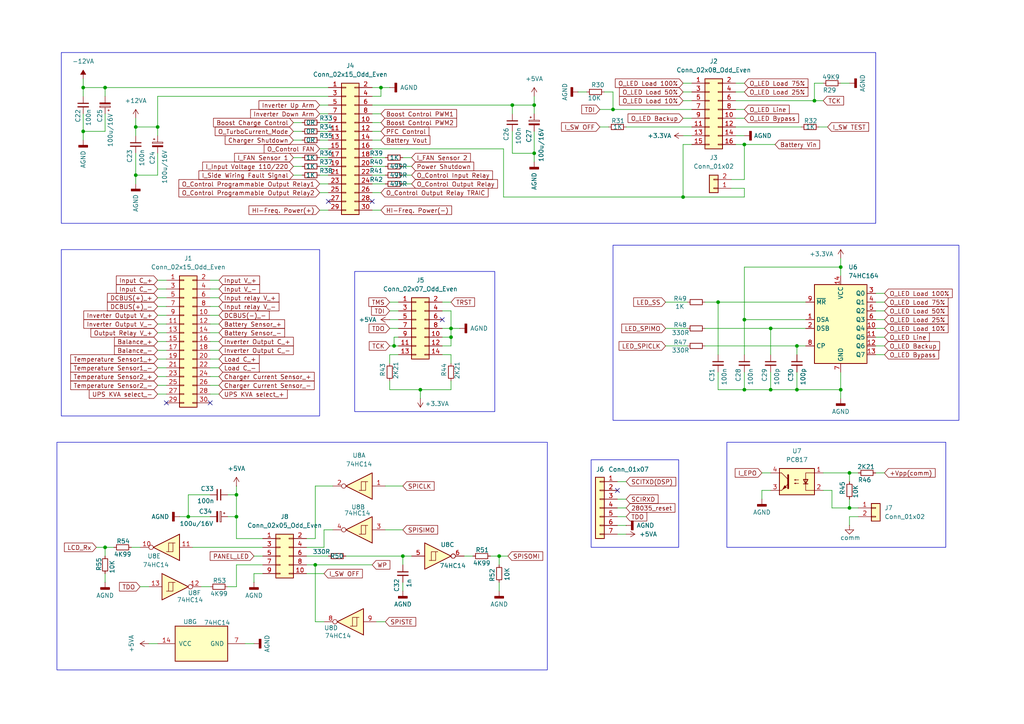
<source format=kicad_sch>
(kicad_sch (version 20231120) (generator "eeschema") (generator_version "8.0")
  (paper "A4")
  (junction (at 121.92 113.03))
  (junction (at 215.9 92.71))
  (junction (at 91.44 163.83))
  (junction (at 114.3 100.33))
  (junction (at 231.14 113.03))
  (junction (at 236.22 29.21))
  (junction (at 223.52 95.25))
  (junction (at 130.81 95.25))
  (junction (at 198.12 57.15))
  (junction (at 223.52 113.03))
  (junction (at 116.84 161.29))
  (junction (at 30.48 158.75))
  (junction (at 39.37 50.8))
  (junction (at 215.9 113.03))
  (junction (at 148.59 30.48))
  (junction (at 246.38 147.32))
  (junction (at 215.9 41.91))
  (junction (at 24.13 25.4))
  (junction (at 243.84 77.47))
  (junction (at 154.94 30.48))
  (junction (at 30.48 25.4))
  (junction (at 246.38 137.16))
  (junction (at 68.58 143.51))
  (junction (at 45.72 36.83))
  (junction (at 231.14 100.33))
  (junction (at 110.49 25.4))
  (junction (at 144.78 161.29))
  (junction (at 54.61 149.86))
  (junction (at 39.37 36.83))
  (junction (at 130.81 97.79))
  (junction (at 24.13 38.1))
  (junction (at 177.8 31.75))
  (junction (at 68.58 149.86))
  (junction (at 243.84 113.03))
  (junction (at 154.94 44.45))
  (junction (at 208.28 87.63))
  (no_connect (at 128.27 92.71))
  (no_connect (at 60.96 116.84))
  (no_connect (at 179.07 142.24))
  (no_connect (at 48.26 116.84))
  (no_connect (at 107.95 58.42))
  (no_connect (at 95.25 58.42))
  (wire (pts (xy 66.04 170.18) (xy 68.58 170.18)))
  (wire (pts (xy 38.1 158.75) (xy 40.64 158.75)))
  (wire (pts (xy 193.04 87.63) (xy 199.39 87.63)))
  (wire (pts (xy 177.8 26.67) (xy 177.8 31.75)))
  (wire (pts (xy 243.84 77.47) (xy 243.84 80.01)))
  (wire (pts (xy 45.72 50.8) (xy 39.37 50.8)))
  (wire (pts (xy 173.99 36.83) (xy 176.53 36.83)))
  (wire (pts (xy 45.72 114.3) (xy 48.26 114.3)))
  (wire (pts (xy 215.9 41.91) (xy 224.79 41.91)))
  (wire (pts (xy 116.84 53.34) (xy 119.38 53.34)))
  (wire (pts (xy 215.9 107.95) (xy 215.9 113.03)))
  (wire (pts (xy 148.59 30.48) (xy 154.94 30.48)))
  (wire (pts (xy 116.84 161.29) (xy 119.38 161.29)))
  (wire (pts (xy 24.13 25.4) (xy 30.48 25.4)))
  (wire (pts (xy 24.13 33.02) (xy 24.13 38.1)))
  (wire (pts (xy 246.38 137.16) (xy 246.38 139.7)))
  (wire (pts (xy 215.9 77.47) (xy 215.9 92.71)))
  (wire (pts (xy 92.71 33.02) (xy 95.25 33.02)))
  (wire (pts (xy 88.9 161.29) (xy 95.25 161.29)))
  (wire (pts (xy 175.26 26.67) (xy 177.8 26.67)))
  (wire (pts (xy 254 90.17) (xy 256.54 90.17)))
  (wire (pts (xy 144.78 161.29) (xy 147.32 161.29)))
  (wire (pts (xy 198.12 39.37) (xy 200.66 39.37)))
  (wire (pts (xy 30.48 166.37) (xy 30.48 168.91)))
  (wire (pts (xy 198.12 24.13) (xy 200.66 24.13)))
  (wire (pts (xy 73.66 161.29) (xy 76.2 161.29)))
  (wire (pts (xy 45.72 81.28) (xy 48.26 81.28)))
  (wire (pts (xy 91.44 140.97) (xy 96.52 140.97)))
  (wire (pts (xy 68.58 156.21) (xy 68.58 149.86)))
  (wire (pts (xy 60.96 111.76) (xy 63.5 111.76)))
  (wire (pts (xy 236.22 29.21) (xy 238.76 29.21)))
  (wire (pts (xy 45.72 109.22) (xy 48.26 109.22)))
  (wire (pts (xy 179.07 144.78) (xy 181.61 144.78)))
  (wire (pts (xy 142.24 161.29) (xy 144.78 161.29)))
  (wire (pts (xy 213.36 36.83) (xy 232.41 36.83)))
  (wire (pts (xy 254 85.09) (xy 256.54 85.09)))
  (wire (pts (xy 215.9 41.91) (xy 215.9 52.07)))
  (wire (pts (xy 45.72 93.98) (xy 48.26 93.98)))
  (wire (pts (xy 110.49 25.4) (xy 113.03 25.4)))
  (wire (pts (xy 246.38 137.16) (xy 248.92 137.16)))
  (wire (pts (xy 88.9 158.75) (xy 93.98 158.75)))
  (wire (pts (xy 45.72 88.9) (xy 48.26 88.9)))
  (wire (pts (xy 107.95 30.48) (xy 148.59 30.48)))
  (wire (pts (xy 76.2 156.21) (xy 68.58 156.21)))
  (wire (pts (xy 246.38 147.32) (xy 248.92 147.32)))
  (wire (pts (xy 100.33 161.29) (xy 116.84 161.29)))
  (wire (pts (xy 254 92.71) (xy 256.54 92.71)))
  (wire (pts (xy 177.8 31.75) (xy 200.66 31.75)))
  (wire (pts (xy 215.9 113.03) (xy 223.52 113.03)))
  (wire (pts (xy 130.81 110.49) (xy 130.81 113.03)))
  (wire (pts (xy 154.94 33.02) (xy 154.94 30.48)))
  (wire (pts (xy 254 87.63) (xy 256.54 87.63)))
  (wire (pts (xy 60.96 143.51) (xy 54.61 143.51)))
  (wire (pts (xy 60.96 149.86) (xy 54.61 149.86)))
  (wire (pts (xy 60.96 101.6) (xy 63.5 101.6)))
  (wire (pts (xy 113.03 95.25) (xy 115.57 95.25)))
  (wire (pts (xy 45.72 96.52) (xy 48.26 96.52)))
  (wire (pts (xy 198.12 26.67) (xy 200.66 26.67)))
  (wire (pts (xy 220.98 142.24) (xy 220.98 144.78)))
  (wire (pts (xy 45.72 99.06) (xy 48.26 99.06)))
  (wire (pts (xy 107.95 48.26) (xy 111.76 48.26)))
  (wire (pts (xy 154.94 44.45) (xy 154.94 46.99)))
  (wire (pts (xy 113.03 113.03) (xy 121.92 113.03)))
  (wire (pts (xy 40.64 170.18) (xy 43.18 170.18)))
  (wire (pts (xy 30.48 158.75) (xy 33.02 158.75)))
  (wire (pts (xy 130.81 97.79) (xy 130.81 100.33)))
  (wire (pts (xy 88.9 156.21) (xy 91.44 156.21)))
  (wire (pts (xy 198.12 34.29) (xy 200.66 34.29)))
  (wire (pts (xy 111.76 140.97) (xy 116.84 140.97)))
  (wire (pts (xy 92.71 53.34) (xy 95.25 53.34)))
  (wire (pts (xy 24.13 22.86) (xy 24.13 25.4)))
  (wire (pts (xy 238.76 137.16) (xy 246.38 137.16)))
  (wire (pts (xy 130.81 113.03) (xy 121.92 113.03)))
  (wire (pts (xy 193.04 95.25) (xy 199.39 95.25)))
  (wire (pts (xy 223.52 95.25) (xy 223.52 102.87)))
  (wire (pts (xy 107.95 55.88) (xy 110.49 55.88)))
  (wire (pts (xy 237.49 36.83) (xy 240.03 36.83)))
  (wire (pts (xy 213.36 41.91) (xy 215.9 41.91)))
  (wire (pts (xy 130.81 100.33) (xy 128.27 100.33)))
  (wire (pts (xy 179.07 139.7) (xy 181.61 139.7)))
  (wire (pts (xy 115.57 97.79) (xy 114.3 97.79)))
  (wire (pts (xy 92.71 55.88) (xy 95.25 55.88)))
  (wire (pts (xy 233.68 92.71) (xy 215.9 92.71)))
  (wire (pts (xy 60.96 86.36) (xy 63.5 86.36)))
  (wire (pts (xy 236.22 24.13) (xy 236.22 29.21)))
  (wire (pts (xy 144.78 168.91) (xy 144.78 171.45)))
  (wire (pts (xy 116.84 50.8) (xy 119.38 50.8)))
  (wire (pts (xy 208.28 113.03) (xy 215.9 113.03)))
  (wire (pts (xy 60.96 93.98) (xy 63.5 93.98)))
  (wire (pts (xy 243.84 24.13) (xy 246.38 24.13)))
  (wire (pts (xy 39.37 44.45) (xy 39.37 50.8)))
  (wire (pts (xy 146.05 43.18) (xy 146.05 57.15)))
  (wire (pts (xy 54.61 149.86) (xy 52.07 149.86)))
  (wire (pts (xy 231.14 100.33) (xy 233.68 100.33)))
  (wire (pts (xy 173.99 31.75) (xy 177.8 31.75)))
  (wire (pts (xy 93.98 153.67) (xy 96.52 153.67)))
  (wire (pts (xy 246.38 147.32) (xy 246.38 144.78)))
  (wire (pts (xy 111.76 153.67) (xy 116.84 153.67)))
  (wire (pts (xy 128.27 87.63) (xy 130.81 87.63)))
  (wire (pts (xy 128.27 90.17) (xy 130.81 90.17)))
  (wire (pts (xy 215.9 57.15) (xy 198.12 57.15)))
  (wire (pts (xy 179.07 152.4) (xy 181.61 152.4)))
  (wire (pts (xy 60.96 96.52) (xy 63.5 96.52)))
  (wire (pts (xy 45.72 86.36) (xy 48.26 86.36)))
  (wire (pts (xy 113.03 110.49) (xy 113.03 113.03)))
  (wire (pts (xy 107.95 40.64) (xy 110.49 40.64)))
  (wire (pts (xy 91.44 180.34) (xy 93.98 180.34)))
  (wire (pts (xy 107.95 35.56) (xy 110.49 35.56)))
  (wire (pts (xy 181.61 36.83) (xy 200.66 36.83)))
  (wire (pts (xy 39.37 34.29) (xy 39.37 36.83)))
  (wire (pts (xy 30.48 158.75) (xy 30.48 161.29)))
  (wire (pts (xy 248.92 149.86) (xy 246.38 149.86)))
  (wire (pts (xy 113.03 100.33) (xy 114.3 100.33)))
  (wire (pts (xy 128.27 102.87) (xy 130.81 102.87)))
  (wire (pts (xy 92.71 38.1) (xy 95.25 38.1)))
  (wire (pts (xy 76.2 166.37) (xy 73.66 166.37)))
  (wire (pts (xy 60.96 109.22) (xy 63.5 109.22)))
  (wire (pts (xy 91.44 156.21) (xy 91.44 140.97)))
  (wire (pts (xy 30.48 27.94) (xy 30.48 25.4)))
  (wire (pts (xy 110.49 25.4) (xy 110.49 27.94)))
  (wire (pts (xy 71.12 186.69) (xy 73.66 186.69)))
  (wire (pts (xy 92.71 50.8) (xy 95.25 50.8)))
  (wire (pts (xy 204.47 95.25) (xy 223.52 95.25)))
  (wire (pts (xy 68.58 140.97) (xy 68.58 143.51)))
  (wire (pts (xy 231.14 107.95) (xy 231.14 113.03)))
  (wire (pts (xy 212.09 54.61) (xy 215.9 54.61)))
  (wire (pts (xy 254 95.25) (xy 256.54 95.25)))
  (wire (pts (xy 213.36 31.75) (xy 215.9 31.75)))
  (wire (pts (xy 128.27 97.79) (xy 130.81 97.79)))
  (wire (pts (xy 113.03 90.17) (xy 115.57 90.17)))
  (wire (pts (xy 254 137.16) (xy 256.54 137.16)))
  (wire (pts (xy 60.96 104.14) (xy 63.5 104.14)))
  (wire (pts (xy 39.37 36.83) (xy 39.37 39.37)))
  (wire (pts (xy 223.52 95.25) (xy 233.68 95.25)))
  (wire (pts (xy 92.71 45.72) (xy 95.25 45.72)))
  (wire (pts (xy 231.14 113.03) (xy 243.84 113.03)))
  (wire (pts (xy 215.9 54.61) (xy 215.9 57.15)))
  (wire (pts (xy 114.3 97.79) (xy 114.3 100.33)))
  (wire (pts (xy 45.72 104.14) (xy 48.26 104.14)))
  (wire (pts (xy 88.9 166.37) (xy 93.98 166.37)))
  (wire (pts (xy 92.71 60.96) (xy 95.25 60.96)))
  (wire (pts (xy 68.58 143.51) (xy 66.04 143.51)))
  (wire (pts (xy 241.3 147.32) (xy 246.38 147.32)))
  (wire (pts (xy 85.09 35.56) (xy 87.63 35.56)))
  (wire (pts (xy 243.84 115.57) (xy 243.84 113.03)))
  (wire (pts (xy 107.95 25.4) (xy 110.49 25.4)))
  (wire (pts (xy 254 97.79) (xy 256.54 97.79)))
  (wire (pts (xy 85.09 48.26) (xy 87.63 48.26)))
  (wire (pts (xy 130.81 95.25) (xy 130.81 97.79)))
  (wire (pts (xy 208.28 87.63) (xy 233.68 87.63)))
  (wire (pts (xy 116.84 45.72) (xy 119.38 45.72)))
  (wire (pts (xy 60.96 106.68) (xy 63.5 106.68)))
  (wire (pts (xy 107.95 53.34) (xy 111.76 53.34)))
  (wire (pts (xy 107.95 38.1) (xy 110.49 38.1)))
  (wire (pts (xy 39.37 53.34) (xy 39.37 50.8)))
  (wire (pts (xy 238.76 24.13) (xy 236.22 24.13)))
  (wire (pts (xy 243.84 107.95) (xy 243.84 113.03)))
  (wire (pts (xy 43.18 186.69) (xy 45.72 186.69)))
  (wire (pts (xy 91.44 180.34) (xy 91.44 163.83)))
  (wire (pts (xy 91.44 163.83) (xy 107.95 163.83)))
  (wire (pts (xy 24.13 25.4) (xy 24.13 27.94)))
  (wire (pts (xy 115.57 102.87) (xy 113.03 102.87)))
  (wire (pts (xy 116.84 163.83) (xy 116.84 161.29)))
  (wire (pts (xy 213.36 29.21) (xy 236.22 29.21)))
  (wire (pts (xy 243.84 74.93) (xy 243.84 77.47)))
  (wire (pts (xy 121.92 113.03) (xy 121.92 115.57)))
  (wire (pts (xy 238.76 142.24) (xy 241.3 142.24)))
  (wire (pts (xy 66.04 149.86) (xy 68.58 149.86)))
  (wire (pts (xy 92.71 48.26) (xy 95.25 48.26)))
  (wire (pts (xy 213.36 26.67) (xy 215.9 26.67)))
  (wire (pts (xy 60.96 114.3) (xy 63.5 114.3)))
  (wire (pts (xy 45.72 91.44) (xy 48.26 91.44)))
  (wire (pts (xy 85.09 38.1) (xy 87.63 38.1)))
  (wire (pts (xy 27.94 158.75) (xy 30.48 158.75)))
  (wire (pts (xy 254 100.33) (xy 256.54 100.33)))
  (wire (pts (xy 107.95 33.02) (xy 110.49 33.02)))
  (wire (pts (xy 85.09 50.8) (xy 87.63 50.8)))
  (wire (pts (xy 179.07 149.86) (xy 181.61 149.86)))
  (wire (pts (xy 45.72 101.6) (xy 48.26 101.6)))
  (wire (pts (xy 128.27 95.25) (xy 130.81 95.25)))
  (wire (pts (xy 109.22 180.34) (xy 111.76 180.34)))
  (wire (pts (xy 170.18 26.67) (xy 167.64 26.67)))
  (wire (pts (xy 193.04 100.33) (xy 199.39 100.33)))
  (wire (pts (xy 113.03 102.87) (xy 113.03 105.41)))
  (wire (pts (xy 68.58 163.83) (xy 76.2 163.83)))
  (wire (pts (xy 68.58 143.51) (xy 68.58 149.86)))
  (wire (pts (xy 246.38 149.86) (xy 246.38 152.4)))
  (wire (pts (xy 92.71 43.18) (xy 95.25 43.18)))
  (wire (pts (xy 198.12 29.21) (xy 200.66 29.21)))
  (wire (pts (xy 92.71 35.56) (xy 95.25 35.56)))
  (wire (pts (xy 93.98 158.75) (xy 93.98 153.67)))
  (wire (pts (xy 144.78 161.29) (xy 144.78 163.83)))
  (wire (pts (xy 73.66 166.37) (xy 73.66 168.91)))
  (wire (pts (xy 60.96 83.82) (xy 63.5 83.82)))
  (wire (pts (xy 45.72 39.37) (xy 45.72 36.83)))
  (wire (pts (xy 45.72 106.68) (xy 48.26 106.68)))
  (wire (pts (xy 68.58 170.18) (xy 68.58 163.83)))
  (wire (pts (xy 39.37 36.83) (xy 45.72 36.83)))
  (wire (pts (xy 58.42 170.18) (xy 60.96 170.18)))
  (wire (pts (xy 60.96 91.44) (xy 63.5 91.44)))
  (wire (pts (xy 92.71 40.64) (xy 95.25 40.64)))
  (wire (pts (xy 241.3 142.24) (xy 241.3 147.32)))
  (wire (pts (xy 213.36 24.13) (xy 215.9 24.13)))
  (wire (pts (xy 92.71 30.48) (xy 95.25 30.48)))
  (wire (pts (xy 45.72 27.94) (xy 45.72 36.83)))
  (wire (pts (xy 114.3 100.33) (xy 115.57 100.33)))
  (wire (pts (xy 208.28 107.95) (xy 208.28 113.03)))
  (wire (pts (xy 215.9 52.07) (xy 212.09 52.07)))
  (wire (pts (xy 215.9 77.47) (xy 243.84 77.47)))
  (wire (pts (xy 204.47 87.63) (xy 208.28 87.63)))
  (wire (pts (xy 179.07 147.32) (xy 181.61 147.32)))
  (wire (pts (xy 107.95 27.94) (xy 110.49 27.94)))
  (wire (pts (xy 107.95 50.8) (xy 111.76 50.8)))
  (wire (pts (xy 198.12 57.15) (xy 198.12 41.91)))
  (wire (pts (xy 254 102.87) (xy 256.54 102.87)))
  (wire (pts (xy 113.03 87.63) (xy 115.57 87.63)))
  (wire (pts (xy 45.72 83.82) (xy 48.26 83.82)))
  (wire (pts (xy 148.59 38.1) (xy 148.59 44.45)))
  (wire (pts (xy 130.81 102.87) (xy 130.81 105.41)))
  (wire (pts (xy 55.88 158.75) (xy 76.2 158.75)))
  (wire (pts (xy 130.81 95.25) (xy 133.35 95.25)))
  (wire (pts (xy 154.94 44.45) (xy 148.59 44.45)))
  (wire (pts (xy 223.52 107.95) (xy 223.52 113.03)))
  (wire (pts (xy 95.25 27.94) (xy 45.72 27.94)))
  (wire (pts (xy 198.12 41.91) (xy 200.66 41.91)))
  (wire (pts (xy 116.84 48.26) (xy 119.38 48.26)))
  (wire (pts (xy 220.98 137.16) (xy 223.52 137.16)))
  (wire (pts (xy 30.48 25.4) (xy 95.25 25.4)))
  (wire (pts (xy 146.05 57.15) (xy 198.12 57.15)))
  (wire (pts (xy 60.96 99.06) (xy 63.5 99.06)))
  (wire (pts (xy 107.95 43.18) (xy 146.05 43.18)))
  (wire (pts (xy 208.28 87.63) (xy 208.28 102.87)))
  (wire (pts (xy 134.62 161.29) (xy 137.16 161.29)))
  (wire (pts (xy 30.48 38.1) (xy 30.48 33.02)))
  (wire (pts (xy 45.72 111.76) (xy 48.26 111.76)))
  (wire (pts (xy 107.95 45.72) (xy 111.76 45.72)))
  (wire (pts (xy 223.52 142.24) (xy 220.98 142.24)))
  (wire (pts (xy 113.03 92.71) (xy 115.57 92.71)))
  (wire (pts (xy 54.61 149.86) (xy 54.61 143.51)))
  (wire (pts (xy 223.52 113.03) (xy 231.14 113.03)))
  (wire (pts (xy 213.36 34.29) (xy 215.9 34.29)))
  (wire (pts (xy 85.09 40.64) (xy 87.63 40.64)))
  (wire (pts (xy 107.95 60.96) (xy 110.49 60.96)))
  (wire (pts (xy 45.72 44.45) (xy 45.72 50.8)))
  (wire (pts (xy 85.09 45.72) (xy 87.63 45.72)))
  (wire (pts (xy 154.94 38.1) (xy 154.94 44.45)))
  (wire (pts (xy 179.07 154.94) (xy 181.61 154.94)))
  (wire (pts (xy 215.9 92.71) (xy 215.9 102.87)))
  (wire (pts (xy 204.47 100.33) (xy 231.14 100.33)))
  (wire (pts (xy 213.36 39.37) (xy 215.9 39.37)))
  (wire (pts (xy 130.81 90.17) (xy 130.81 95.25)))
  (wire (pts (xy 231.14 100.33) (xy 231.14 102.87)))
  (wire (pts (xy 24.13 38.1) (xy 30.48 38.1)))
  (wire (pts (xy 88.9 163.83) (xy 91.44 163.83)))
  (wire (pts (xy 60.96 81.28) (xy 63.5 81.28)))
  (wire (pts (xy 24.13 38.1) (xy 24.13 40.64)))
  (wire (pts (xy 148.59 30.48) (xy 148.59 33.02)))
  (wire (pts (xy 154.94 27.94) (xy 154.94 30.48)))
  (wire (pts (xy 116.84 168.91) (xy 116.84 171.45)))
  (wire (pts (xy 60.96 88.9) (xy 63.5 88.9)))
  (rectangle (start 177.8 71.12) (end 278.13 121.92))
  (rectangle (start 16.51 128.27) (end 158.75 194.31))
  (rectangle (start 171.45 133.35) (end 196.85 158.75))
  (rectangle (start 17.78 15.24) (end 254 64.77))
  (rectangle (start 102.87 78.74) (end 143.51 119.38))
  (rectangle (start 210.82 128.27) (end 274.32 158.75))
  (rectangle (start 17.78 72.39) (end 92.71 120.65))
  (global_label "O_LED Line" (shape input) (at 256.54 97.79 0) (property "Intersheetrefs" "${INTERSHEET_REFS}" (effects (hide yes))))
  (global_label "DCBUS(-)_-" (shape input) (at 63.5 91.44 0) (property "Intersheetrefs" "${INTERSHEET_REFS}" (effects (hide yes))))
  (global_label "O_TurboCurrent_Mode" (shape input) (at 85.09 38.1 180) (property "Intersheetrefs" "${INTERSHEET_REFS}" (effects (hide yes))))
  (global_label "28035_reset" (shape input) (at 181.61 147.32 0) (property "Intersheetrefs" "${INTERSHEET_REFS}" (effects (hide yes))))
  (global_label "Temperature Sensor1_+" (shape input) (at 45.72 104.14 180) (property "Intersheetrefs" "${INTERSHEET_REFS}" (effects (hide yes))))
  (global_label "DCBUS(+)_-" (shape input) (at 45.72 88.9 180) (property "Intersheetrefs" "${INTERSHEET_REFS}" (effects (hide yes))))
  (global_label "Balance_-" (shape input) (at 45.72 101.6 180) (property "Intersheetrefs" "${INTERSHEET_REFS}" (effects (hide yes))))
  (global_label "TCK" (shape input) (at 113.03 100.33 180) (property "Intersheetrefs" "${INTERSHEET_REFS}" (effects (hide yes))))
  (global_label "O_LED Backup" (shape input) (at 256.54 100.33 0) (property "Intersheetrefs" "${INTERSHEET_REFS}" (effects (hide yes))))
  (global_label "LCD_Rx" (shape input) (at 27.94 158.75 180) (property "Intersheetrefs" "${INTERSHEET_REFS}" (effects (hide yes))))
  (global_label "O_LED Load 50%" (shape input) (at 198.12 26.67 180) (property "Intersheetrefs" "${INTERSHEET_REFS}" (effects (hide yes))))
  (global_label "O_Control Input Relay" (shape input) (at 119.38 50.8 0) (property "Intersheetrefs" "${INTERSHEET_REFS}" (effects (hide yes))))
  (global_label "SPISIMO" (shape input) (at 116.84 153.67 0) (property "Intersheetrefs" "${INTERSHEET_REFS}" (effects (hide yes))))
  (global_label "Boost Control PWM2" (shape input) (at 110.49 35.56 0) (property "Intersheetrefs" "${INTERSHEET_REFS}" (effects (hide yes))))
  (global_label "Balance_+" (shape input) (at 45.72 99.06 180) (property "Intersheetrefs" "${INTERSHEET_REFS}" (effects (hide yes))))
  (global_label "SCIRXD" (shape input) (at 181.61 144.78 0) (property "Intersheetrefs" "${INTERSHEET_REFS}" (effects (hide yes))))
  (global_label "DCBUS(+)_+" (shape input) (at 45.72 86.36 180) (property "Intersheetrefs" "${INTERSHEET_REFS}" (effects (hide yes))))
  (global_label "O_Control Programmable Output Relay1" (shape input) (at 92.71 53.34 180) (property "Intersheetrefs" "${INTERSHEET_REFS}" (effects (hide yes))))
  (global_label "HI-Freq. Power(-)" (shape input) (at 110.49 60.96 0) (property "Intersheetrefs" "${INTERSHEET_REFS}" (effects (hide yes))))
  (global_label "O_LED Load 75%" (shape input) (at 215.9 24.13 0) (property "Intersheetrefs" "${INTERSHEET_REFS}" (effects (hide yes))))
  (global_label "Output Relay V_+" (shape input) (at 45.72 96.52 180) (property "Intersheetrefs" "${INTERSHEET_REFS}" (effects (hide yes))))
  (global_label "O_LED Load 10%" (shape input) (at 256.54 95.25 0) (property "Intersheetrefs" "${INTERSHEET_REFS}" (effects (hide yes))))
  (global_label "UPS KVA select_-" (shape input) (at 45.72 114.3 180) (property "Intersheetrefs" "${INTERSHEET_REFS}" (effects (hide yes))))
  (global_label "HI-Freq. Power(+)" (shape input) (at 92.71 60.96 180) (property "Intersheetrefs" "${INTERSHEET_REFS}" (effects (hide yes))))
  (global_label "Battery Vin" (shape input) (at 224.79 41.91 0) (property "Intersheetrefs" "${INTERSHEET_REFS}" (effects (hide yes))))
  (global_label "O_LED Load 75%" (shape input) (at 256.54 87.63 0) (property "Intersheetrefs" "${INTERSHEET_REFS}" (effects (hide yes))))
  (global_label "Input V_-" (shape input) (at 63.5 83.82 0) (property "Intersheetrefs" "${INTERSHEET_REFS}" (effects (hide yes))))
  (global_label "Inverter Down Arm" (shape input) (at 92.71 33.02 180) (property "Intersheetrefs" "${INTERSHEET_REFS}" (effects (hide yes))))
  (global_label "O_LED Load 100%" (shape input) (at 256.54 85.09 0) (property "Intersheetrefs" "${INTERSHEET_REFS}" (effects (hide yes))))
  (global_label "O_Control Programmable Output Relay2" (shape input) (at 92.71 55.88 180) (property "Intersheetrefs" "${INTERSHEET_REFS}" (effects (hide yes))))
  (global_label "Inverter Output C_-" (shape input) (at 63.5 101.6 0) (property "Intersheetrefs" "${INTERSHEET_REFS}" (effects (hide yes))))
  (global_label "Inverter Up Arm" (shape input) (at 92.71 30.48 180) (property "Intersheetrefs" "${INTERSHEET_REFS}" (effects (hide yes))))
  (global_label "TDO" (shape input) (at 40.64 170.18 180) (property "Intersheetrefs" "${INTERSHEET_REFS}" (effects (hide yes))))
  (global_label "TMS" (shape input) (at 113.03 87.63 180) (property "Intersheetrefs" "${INTERSHEET_REFS}" (effects (hide yes))))
  (global_label "Battery Sensor_-" (shape input) (at 63.5 96.52 0) (property "Intersheetrefs" "${INTERSHEET_REFS}" (effects (hide yes))))
  (global_label "O_LED Load 25%" (shape input) (at 256.54 92.71 0) (property "Intersheetrefs" "${INTERSHEET_REFS}" (effects (hide yes))))
  (global_label "I_FAN Sensor 2" (shape input) (at 119.38 45.72 0) (property "Intersheetrefs" "${INTERSHEET_REFS}" (effects (hide yes))))
  (global_label "O_LED Bypass" (shape input) (at 256.54 102.87 0) (property "Intersheetrefs" "${INTERSHEET_REFS}" (effects (hide yes))))
  (global_label "Boost Control PWM1" (shape input) (at 110.49 33.02 0) (property "Intersheetrefs" "${INTERSHEET_REFS}" (effects (hide yes))))
  (global_label "Inverter Output V_-" (shape input) (at 45.72 93.98 180) (property "Intersheetrefs" "${INTERSHEET_REFS}" (effects (hide yes))))
  (global_label "Inverter Output C_+" (shape input) (at 63.5 99.06 0) (property "Intersheetrefs" "${INTERSHEET_REFS}" (effects (hide yes))))
  (global_label "O_Control FAN" (shape input) (at 92.71 43.18 180) (property "Intersheetrefs" "${INTERSHEET_REFS}" (effects (hide yes))))
  (global_label "Input relay V_+" (shape input) (at 63.5 86.36 0) (property "Intersheetrefs" "${INTERSHEET_REFS}" (effects (hide yes))))
  (global_label "O_LED Bypass" (shape input) (at 215.9 34.29 0) (property "Intersheetrefs" "${INTERSHEET_REFS}" (effects (hide yes))))
  (global_label "Boost Charge Control" (shape input) (at 85.09 35.56 180) (property "Intersheetrefs" "${INTERSHEET_REFS}" (effects (hide yes))))
  (global_label "PFC Control" (shape input) (at 110.49 38.1 0) (property "Intersheetrefs" "${INTERSHEET_REFS}" (effects (hide yes))))
  (global_label "LED_SS" (shape input) (at 193.04 87.63 180) (property "Intersheetrefs" "${INTERSHEET_REFS}" (effects (hide yes))))
  (global_label "Temperature Sensor1_-" (shape input) (at 45.72 106.68 180) (property "Intersheetrefs" "${INTERSHEET_REFS}" (effects (hide yes))))
  (global_label "O_LED Load 50%" (shape input) (at 256.54 90.17 0) (property "Intersheetrefs" "${INTERSHEET_REFS}" (effects (hide yes))))
  (global_label "WP" (shape input) (at 107.95 163.83 0) (property "Intersheetrefs" "${INTERSHEET_REFS}" (effects (hide yes))))
  (global_label "O_LED Line" (shape input) (at 215.9 31.75 0) (property "Intersheetrefs" "${INTERSHEET_REFS}" (effects (hide yes))))
  (global_label "I_SW OFF" (shape input) (at 93.98 166.37 0) (property "Intersheetrefs" "${INTERSHEET_REFS}" (effects (hide yes))))
  (global_label "Charger Current Sensor_-" (shape input) (at 63.5 111.76 0) (property "Intersheetrefs" "${INTERSHEET_REFS}" (effects (hide yes))))
  (global_label "Temperature Sensor2_+" (shape input) (at 45.72 109.22 180) (property "Intersheetrefs" "${INTERSHEET_REFS}" (effects (hide yes))))
  (global_label "SCITXD(DSP)" (shape input) (at 181.61 139.7 0) (property "Intersheetrefs" "${INTERSHEET_REFS}" (effects (hide yes))))
  (global_label "Temperature Sensor2_-" (shape input) (at 45.72 111.76 180) (property "Intersheetrefs" "${INTERSHEET_REFS}" (effects (hide yes))))
  (global_label "UPS KVA select_+" (shape input) (at 63.5 114.3 0) (property "Intersheetrefs" "${INTERSHEET_REFS}" (effects (hide yes))))
  (global_label "Input C_+" (shape input) (at 45.72 81.28 180) (property "Intersheetrefs" "${INTERSHEET_REFS}" (effects (hide yes))))
  (global_label "Inverter Output V_+" (shape input) (at 45.72 91.44 180) (property "Intersheetrefs" "${INTERSHEET_REFS}" (effects (hide yes))))
  (global_label "TDI" (shape input) (at 113.03 90.17 180) (property "Intersheetrefs" "${INTERSHEET_REFS}" (effects (hide yes))))
  (global_label "TDO" (shape input) (at 181.61 149.86 0) (property "Intersheetrefs" "${INTERSHEET_REFS}" (effects (hide yes))))
  (global_label "I_Input Voltage 110{slash}220" (shape input) (at 85.09 48.26 180) (property "Intersheetrefs" "${INTERSHEET_REFS}" (effects (hide yes))))
  (global_label "Input C_-" (shape input) (at 45.72 83.82 180) (property "Intersheetrefs" "${INTERSHEET_REFS}" (effects (hide yes))))
  (global_label "Battery Vout" (shape input) (at 110.49 40.64 0) (property "Intersheetrefs" "${INTERSHEET_REFS}" (effects (hide yes))))
  (global_label "PANEL_LED" (shape input) (at 73.66 161.29 180) (property "Intersheetrefs" "${INTERSHEET_REFS}" (effects (hide yes))))
  (global_label "LED_SPIMO" (shape input) (at 193.04 95.25 180) (property "Intersheetrefs" "${INTERSHEET_REFS}" (effects (hide yes))))
  (global_label "O_LED Load 10%" (shape input) (at 198.12 29.21 180) (property "Intersheetrefs" "${INTERSHEET_REFS}" (effects (hide yes))))
  (global_label "TDI" (shape input) (at 173.99 31.75 180) (property "Intersheetrefs" "${INTERSHEET_REFS}" (effects (hide yes))))
  (global_label "Load C_-" (shape input) (at 63.5 106.68 0) (property "Intersheetrefs" "${INTERSHEET_REFS}" (effects (hide yes))))
  (global_label "TCK" (shape input) (at 238.76 29.21 0) (property "Intersheetrefs" "${INTERSHEET_REFS}" (effects (hide yes))))
  (global_label "Battery Sensor_+" (shape input) (at 63.5 93.98 0) (property "Intersheetrefs" "${INTERSHEET_REFS}" (effects (hide yes))))
  (global_label "I_SW OFF" (shape input) (at 173.99 36.83 180) (property "Intersheetrefs" "${INTERSHEET_REFS}" (effects (hide yes))))
  (global_label "Load C_+" (shape input) (at 63.5 104.14 0) (property "Intersheetrefs" "${INTERSHEET_REFS}" (effects (hide yes))))
  (global_label "I_SW TEST" (shape input) (at 240.03 36.83 0) (property "Intersheetrefs" "${INTERSHEET_REFS}" (effects (hide yes))))
  (global_label "I_FAN Sensor 1" (shape input) (at 85.09 45.72 180) (property "Intersheetrefs" "${INTERSHEET_REFS}" (effects (hide yes))))
  (global_label "LED_SPICLK" (shape input) (at 193.04 100.33 180) (property "Intersheetrefs" "${INTERSHEET_REFS}" (effects (hide yes))))
  (global_label "TDO" (shape input) (at 113.03 95.25 180) (property "Intersheetrefs" "${INTERSHEET_REFS}" (effects (hide yes))))
  (global_label "I_Side Wiring Fault Signal" (shape input) (at 85.09 50.8 180) (property "Intersheetrefs" "${INTERSHEET_REFS}" (effects (hide yes))))
  (global_label "O_LED Load 100%" (shape input) (at 198.12 24.13 180) (property "Intersheetrefs" "${INTERSHEET_REFS}" (effects (hide yes))))
  (global_label "TRST" (shape input) (at 130.81 87.63 0) (property "Intersheetrefs" "${INTERSHEET_REFS}" (effects (hide yes))))
  (global_label "Power Shutdown" (shape input) (at 119.38 48.26 0) (property "Intersheetrefs" "${INTERSHEET_REFS}" (effects (hide yes))))
  (global_label "O_LED Backup" (shape input) (at 198.12 34.29 180) (property "Intersheetrefs" "${INTERSHEET_REFS}" (effects (hide yes))))
  (global_label "Input relay V_-" (shape input) (at 63.5 88.9 0) (property "Intersheetrefs" "${INTERSHEET_REFS}" (effects (hide yes))))
  (global_label "SPISOMI" (shape input) (at 147.32 161.29 0) (property "Intersheetrefs" "${INTERSHEET_REFS}" (effects (hide yes))))
  (global_label "Charger Shutdown" (shape input) (at 85.09 40.64 180) (property "Intersheetrefs" "${INTERSHEET_REFS}" (effects (hide yes))))
  (global_label "O_LED Load 25%" (shape input) (at 215.9 26.67 0) (property "Intersheetrefs" "${INTERSHEET_REFS}" (effects (hide yes))))
  (global_label "+Vpp(comm)" (shape input) (at 256.54 137.16 0) (property "Intersheetrefs" "${INTERSHEET_REFS}" (effects (hide yes))))
  (global_label "I_EPO" (shape input) (at 220.98 137.16 180) (property "Intersheetrefs" "${INTERSHEET_REFS}" (effects (hide yes))))
  (global_label "Input V_+" (shape input) (at 63.5 81.28 0) (property "Intersheetrefs" "${INTERSHEET_REFS}" (effects (hide yes))))
  (global_label "SPICLK" (shape input) (at 116.84 140.97 0) (property "Intersheetrefs" "${INTERSHEET_REFS}" (effects (hide yes))))
  (global_label "O_Control Output Relay TRAIC" (shape input) (at 110.49 55.88 0) (property "Intersheetrefs" "${INTERSHEET_REFS}" (effects (hide yes))))
  (global_label "SPISTE" (shape input) (at 111.76 180.34 0) (property "Intersheetrefs" "${INTERSHEET_REFS}" (effects (hide yes))))
  (global_label "Charger Current Sensor_+" (shape input) (at 63.5 109.22 0) (property "Intersheetrefs" "${INTERSHEET_REFS}" (effects (hide yes))))
  (global_label "O_Control Output Relay" (shape input) (at 119.38 53.34 0) (property "Intersheetrefs" "${INTERSHEET_REFS}" (effects (hide yes))))
  (symbol (lib_id "power:GNDS") (at 246.38 152.4 0) (unit 1)
    (property "Reference" "#PWR066" (effects (hide yes)))
    (property "Value" "comm" (at 246.634 155.956 0))
    (property "Description" "Power symbol creates a global label with name \"GNDS\" , signal ground" (effects (hide yes)))
  )
  (symbol (lib_id "power:GNDD") (at 246.38 24.13 90) (unit 1)
    (property "Reference" "#PWR049" (effects (hide yes)))
    (property "Value" "AGND" (at 250.19 24.13 0))
    (property "Description" "Power symbol creates a global label with name \"GNDD\" , digital ground" (effects (hide yes)))
  )
  (symbol (lib_id "power:-12VA") (at 24.13 22.86 0) (unit 1)
    (property "Reference" "#PWR055" (effects (hide yes)))
    (property "Value" "-12VA" (at 24.13 17.78 0))
    (property "Description" "Power symbol creates a global label with name \"-12VA\"" (effects (hide yes)))
  )
  (symbol (lib_id "Device:R_Small") (at 90.17 50.8 90) (unit 1)
    (property "Reference" "R38" (at 96.52 49.53 90) (effects (justify left)))
    (property "Value" "1K" (at 91.44 50.8 90) (effects (justify left)))
    (property "Description" "Resistor, small symbol" (effects (hide yes)))
  )
  (symbol (lib_id "Device:R_Small") (at 113.03 107.95 0) (unit 1)
    (property "Reference" "R43" (at 110.998 109.22 90) (effects (justify left)))
    (property "Value" "2K21" (at 114.808 109.982 90) (effects (justify left)))
    (property "Description" "Resistor, small symbol" (effects (hide yes)))
  )
  (symbol (lib_id "Device:C_Polarized_Small") (at 63.5 149.86 270) (unit 1)
    (property "Reference" "C34" (at 57.658 148.336 90) (effects (justify left)))
    (property "Value" "100u/16V" (at 52.07 151.892 90) (effects (justify left)))
    (property "Description" "Polarized capacitor, small symbol" (effects (hide yes)))
  )
  (symbol (lib_id "Device:R_Small") (at 144.78 166.37 180) (unit 1)
    (property "Reference" "R52" (at 142.748 164.846 90) (effects (justify left)))
    (property "Value" "10K" (at 147.066 164.592 90) (effects (justify left)))
    (property "Description" "Resistor, small symbol" (effects (hide yes)))
  )
  (symbol (lib_id "power:+12VA") (at 39.37 34.29 0) (unit 1)
    (property "Reference" "#PWR054" (effects (hide yes)))
    (property "Value" "+12VA" (at 39.37 29.21 0))
    (property "Description" "Power symbol creates a global label with name \"+12VA\"" (effects (hide yes)))
  )
  (symbol (lib_id "Device:C_Small") (at 24.13 30.48 0) (unit 1)
    (property "Reference" "C22" (at 22.606 35.56 90) (effects (justify left)))
    (property "Value" "100n" (at 25.654 36.576 90) (effects (justify left)))
    (property "Description" "Unpolarized capacitor, small symbol" (effects (hide yes)))
  )
  (symbol (lib_id "Connector_Generic:Conn_02x08_Odd_Even") (at 205.74 31.75 0) (unit 1)
    (property "Reference" "J2" (at 207.01 17.78 0))
    (property "Value" "Conn_02x08_Odd_Even" (at 207.01 20.32 0))
    (property "Description" "Generic connector, double row, 02x08, odd/even pin numbering scheme (row 1 odd numbers, row 2 even numbers), script generated (kicad-library-utils/schlib/autogen/connector/)" (effects (hide yes)))
  )
  (symbol (lib_id "power:+3.3VA") (at 243.84 74.93 0) (unit 1)
    (property "Reference" "#PWR068" (effects (hide yes)))
    (property "Value" "+3.3VA" (at 238.252 73.66 0))
    (property "Description" "Power symbol creates a global label with name \"+3.3VA\"" (effects (hide yes)))
  )
  (symbol (lib_id "power:GNDD") (at 154.94 46.99 0) (unit 1)
    (property "Reference" "#PWR059" (effects (hide yes)))
    (property "Value" "AGND" (at 154.94 52.578 90))
    (property "Description" "Power symbol creates a global label with name \"GNDD\" , digital ground" (effects (hide yes)))
  )
  (symbol (lib_id "Device:R_Small") (at 130.81 107.95 0) (unit 1)
    (property "Reference" "R44" (at 128.778 109.22 90) (effects (justify left)))
    (property "Value" "2K21" (at 132.588 109.982 90) (effects (justify left)))
    (property "Description" "Resistor, small symbol" (effects (hide yes)))
  )
  (symbol (lib_id "74xx:74HC14") (at 101.6 180.34 180) (unit 4)
    (property "Reference" "U8" (at 96.012 182.118 0))
    (property "Value" "74HC14" (at 98.044 184.404 0))
    (property "Datasheet" "http://www.ti.com/lit/gpn/sn74HC14" (effects (hide yes)))
    (property "Description" "Hex inverter schmitt trigger" (effects (hide yes)))
  )
  (symbol (lib_id "Device:C_Small") (at 231.14 105.41 0) (unit 1)
    (property "Reference" "C30" (at 229.362 110.744 90) (effects (justify left)))
    (property "Value" "100p" (at 232.918 111.76 90) (effects (justify left)))
    (property "Description" "Unpolarized capacitor, small symbol" (effects (hide yes)))
  )
  (symbol (lib_id "power:GNDD") (at 243.84 115.57 0) (unit 1)
    (property "Reference" "#PWR067" (effects (hide yes)))
    (property "Value" "AGND" (at 243.84 119.38 0))
    (property "Description" "Power symbol creates a global label with name \"GNDD\" , digital ground" (effects (hide yes)))
  )
  (symbol (lib_id "Device:R_Small") (at 251.46 137.16 90) (unit 1)
    (property "Reference" "R46" (at 252.73 139.192 90) (effects (justify left)))
    (property "Value" "2K21" (at 253.746 135.382 90) (effects (justify left)))
    (property "Description" "Resistor, small symbol" (effects (hide yes)))
  )
  (symbol (lib_id "Device:R_Small") (at 90.17 38.1 90) (unit 1)
    (property "Reference" "R34" (at 96.52 36.83 90) (effects (justify left)))
    (property "Value" "0R" (at 91.44 38.1 90) (effects (justify left)))
    (property "Description" "Resistor, small symbol" (effects (hide yes)))
  )
  (symbol (lib_id "Device:R_Small") (at 35.56 158.75 270) (unit 1)
    (property "Reference" "R54" (at 33.782 156.972 90) (effects (justify left)))
    (property "Value" "4K99" (at 33.02 160.782 90) (effects (justify left)))
    (property "Description" "Resistor, small symbol" (effects (hide yes)))
  )
  (symbol (lib_id "power:GNDD") (at 24.13 40.64 0) (unit 1)
    (property "Reference" "#PWR057" (effects (hide yes)))
    (property "Value" "AGND" (at 24.13 46.228 90))
    (property "Description" "Power symbol creates a global label with name \"GNDD\" , digital ground" (effects (hide yes)))
  )
  (symbol (lib_id "Device:R_Small") (at 114.3 48.26 270) (unit 1)
    (property "Reference" "R40" (at 107.188 46.99 90) (effects (justify left)))
    (property "Value" "499R" (at 113.03 48.26 90) (effects (justify left)))
    (property "Description" "Resistor, small symbol" (effects (hide yes)))
  )
  (symbol (lib_id "Device:R_Small") (at 90.17 35.56 90) (unit 1)
    (property "Reference" "R33" (at 96.52 34.29 90) (effects (justify left)))
    (property "Value" "0R" (at 91.44 35.56 90) (effects (justify left)))
    (property "Description" "Resistor, small symbol" (effects (hide yes)))
  )
  (symbol (lib_id "Device:R_Small") (at 114.3 50.8 270) (unit 1)
    (property "Reference" "R41" (at 107.188 49.53 90) (effects (justify left)))
    (property "Value" "499R" (at 113.03 50.8 90) (effects (justify left)))
    (property "Description" "Resistor, small symbol" (effects (hide yes)))
  )
  (symbol (lib_id "power:GNDD") (at 73.66 168.91 0) (unit 1)
    (property "Reference" "#PWR069" (effects (hide yes)))
    (property "Value" "AGND" (at 73.66 172.72 0))
    (property "Description" "Power symbol creates a global label with name \"GNDD\" , digital ground" (effects (hide yes)))
  )
  (symbol (lib_id "power:GNDD") (at 133.35 95.25 90) (unit 1)
    (property "Reference" "#PWR061" (effects (hide yes)))
    (property "Value" "AGND" (at 138.938 95.25 90))
    (property "Description" "Power symbol creates a global label with name \"GNDD\" , digital ground" (effects (hide yes)))
  )
  (symbol (lib_id "Connector_Generic:Conn_01x02") (at 207.01 54.61 180) (unit 1)
    (property "Reference" "J3" (at 207.01 45.72 0))
    (property "Value" "Conn_01x02" (at 207.01 48.26 0))
    (property "Description" "Generic connector, single row, 01x02, script generated (kicad-library-utils/schlib/autogen/connector/)" (effects (hide yes)))
  )
  (symbol (lib_id "Device:R_Small") (at 201.93 100.33 270) (unit 1)
    (property "Reference" "R47" (at 195.326 99.314 90) (effects (justify left)))
    (property "Value" "330R" (at 194.818 101.6 90) (effects (justify left)))
    (property "Description" "Resistor, small symbol" (effects (hide yes)))
  )
  (symbol (lib_id "74xx:74HC14") (at 58.42 186.69 90) (unit 7)
    (property "Reference" "U8" (at 57.1499 180.34 90) (effects (justify left)))
    (property "Value" "74HC14" (at 66.802 180.594 90) (effects (justify left)))
    (property "Datasheet" "http://www.ti.com/lit/gpn/sn74HC14" (effects (hide yes)))
    (property "Description" "Hex inverter schmitt trigger" (effects (hide yes)))
  )
  (symbol (lib_id "power:+3.3VA") (at 198.12 39.37 90) (unit 1)
    (property "Reference" "#PWR051" (effects (hide yes)))
    (property "Value" "+3.3VA" (at 191.262 39.37 90))
    (property "Description" "Power symbol creates a global label with name \"+3.3VA\"" (effects (hide yes)))
  )
  (symbol (lib_id "Device:R_Small") (at 201.93 95.25 270) (unit 1)
    (property "Reference" "R48" (at 195.326 94.234 90) (effects (justify left)))
    (property "Value" "330R" (at 194.818 96.52 90) (effects (justify left)))
    (property "Description" "Resistor, small symbol" (effects (hide yes)))
  )
  (symbol (lib_id "Device:R_Small") (at 97.79 161.29 270) (unit 1)
    (property "Reference" "R50" (at 95.758 161.29 90) (effects (justify left)))
    (property "Value" "330R" (at 90.678 160.02 90) (effects (justify left)))
    (property "Description" "Resistor, small symbol" (effects (hide yes)))
  )
  (symbol (lib_id "power:GNDD") (at 52.07 149.86 270) (unit 1)
    (property "Reference" "#PWR075" (effects (hide yes)))
    (property "Value" "AGND" (at 46.482 149.86 90))
    (property "Description" "Power symbol creates a global label with name \"GNDD\" , digital ground" (effects (hide yes)))
  )
  (symbol (lib_id "Device:R_Small") (at 90.17 45.72 90) (unit 1)
    (property "Reference" "R36" (at 96.52 44.45 90) (effects (justify left)))
    (property "Value" "1K" (at 91.44 45.72 90) (effects (justify left)))
    (property "Description" "Resistor, small symbol" (effects (hide yes)))
  )
  (symbol (lib_id "74xx:74HC14") (at 104.14 140.97 180) (unit 1)
    (property "Reference" "U8" (at 104.14 132.08 0))
    (property "Value" "74HC14" (at 104.14 134.62 0))
    (property "Datasheet" "http://www.ti.com/lit/gpn/sn74HC14" (effects (hide yes)))
    (property "Description" "Hex inverter schmitt trigger" (effects (hide yes)))
  )
  (symbol (lib_id "power:GNDD") (at 39.37 53.34 0) (unit 1)
    (property "Reference" "#PWR056" (effects (hide yes)))
    (property "Value" "AGND" (at 39.37 58.928 90))
    (property "Description" "Power symbol creates a global label with name \"GNDD\" , digital ground" (effects (hide yes)))
  )
  (symbol (lib_id "power:+5VA") (at 43.18 186.69 90) (unit 1)
    (property "Reference" "#PWR073" (effects (hide yes)))
    (property "Value" "+5VA" (at 38.1 186.69 0))
    (property "Description" "Power symbol creates a global label with name \"+5VA\"" (effects (hide yes)))
  )
  (symbol (lib_id "Device:C_Small") (at 215.9 105.41 0) (unit 1)
    (property "Reference" "C28" (at 214.122 110.744 90) (effects (justify left)))
    (property "Value" "100n" (at 217.678 111.76 90) (effects (justify left)))
    (property "Description" "Unpolarized capacitor, small symbol" (effects (hide yes)))
  )
  (symbol (lib_id "Connector_Generic:Conn_02x15_Odd_Even") (at 53.34 99.06 0) (unit 1)
    (property "Reference" "J1" (at 54.61 74.93 0))
    (property "Value" "Conn_02x15_Odd_Even" (at 54.61 77.47 0))
    (property "Description" "Generic connector, double row, 02x15, odd/even pin numbering scheme (row 1 odd numbers, row 2 even numbers), script generated (kicad-library-utils/schlib/autogen/connector/)" (effects (hide yes)))
  )
  (symbol (lib_id "Connector_Generic:Conn_01x02") (at 254 147.32 0) (unit 1)
    (property "Reference" "J7" (at 256.54 147.3199 0) (effects (justify left)))
    (property "Value" "Conn_01x02" (at 256.54 149.8599 0) (effects (justify left)))
    (property "Description" "Generic connector, single row, 01x02, script generated (kicad-library-utils/schlib/autogen/connector/)" (effects (hide yes)))
  )
  (symbol (lib_id "Connector_Generic:Conn_01x07") (at 173.99 147.32 0) (mirror y) (unit 1)
    (property "Reference" "J6" (at 175.26 136.144 0) (effects (justify left)))
    (property "Value" "Conn_01x07" (at 188.214 136.144 0) (effects (justify left)))
    (property "Description" "Generic connector, single row, 01x07, script generated (kicad-library-utils/schlib/autogen/connector/)" (effects (hide yes)))
  )
  (symbol (lib_id "power:GNDD") (at 116.84 171.45 0) (unit 1)
    (property "Reference" "#PWR070" (effects (hide yes)))
    (property "Value" "AGND" (at 116.84 175.26 0))
    (property "Description" "Power symbol creates a global label with name \"GNDD\" , digital ground" (effects (hide yes)))
  )
  (symbol (lib_id "Device:C_Small") (at 208.28 105.41 0) (unit 1)
    (property "Reference" "C31" (at 206.502 110.744 90) (effects (justify left)))
    (property "Value" "100n" (at 210.058 111.76 90) (effects (justify left)))
    (property "Description" "Unpolarized capacitor, small symbol" (effects (hide yes)))
  )
  (symbol (lib_id "Device:R_Small") (at 201.93 87.63 270) (unit 1)
    (property "Reference" "R49" (at 195.326 86.614 90) (effects (justify left)))
    (property "Value" "1K" (at 195.834 88.9 90) (effects (justify left)))
    (property "Description" "Resistor, small symbol" (effects (hide yes)))
  )
  (symbol (lib_id "Connector_Generic:Conn_02x05_Odd_Even") (at 81.28 161.29 0) (unit 1)
    (property "Reference" "J8" (at 82.55 149.86 0))
    (property "Value" "Conn_02x05_Odd_Even" (at 82.55 152.4 0))
    (property "Description" "Generic connector, double row, 02x05, odd/even pin numbering scheme (row 1 odd numbers, row 2 even numbers), script generated (kicad-library-utils/schlib/autogen/connector/)" (effects (hide yes)))
  )
  (symbol (lib_id "Device:C_Small") (at 39.37 41.91 0) (unit 1)
    (property "Reference" "C23" (at 37.592 47.244 90) (effects (justify left)))
    (property "Value" "100n" (at 41.148 48.26 90) (effects (justify left)))
    (property "Description" "Unpolarized capacitor, small symbol" (effects (hide yes)))
  )
  (symbol (lib_id "Device:C_Small") (at 63.5 143.51 270) (unit 1)
    (property "Reference" "C33" (at 58.166 141.732 90) (effects (justify left)))
    (property "Value" "100n" (at 57.15 145.288 90) (effects (justify left)))
    (property "Description" "Unpolarized capacitor, small symbol" (effects (hide yes)))
  )
  (symbol (lib_id "Device:R_Small") (at 114.3 45.72 270) (unit 1)
    (property "Reference" "R39" (at 107.188 44.45 90) (effects (justify left)))
    (property "Value" "1K" (at 113.03 45.72 90) (effects (justify left)))
    (property "Description" "Resistor, small symbol" (effects (hide yes)))
  )
  (symbol (lib_id "Connector_Generic:Conn_02x15_Odd_Even") (at 100.33 43.18 0) (unit 1)
    (property "Reference" "J4" (at 101.6 19.05 0))
    (property "Value" "Conn_02x15_Odd_Even" (at 101.6 21.59 0))
    (property "Description" "Generic connector, double row, 02x15, odd/even pin numbering scheme (row 1 odd numbers, row 2 even numbers), script generated (kicad-library-utils/schlib/autogen/connector/)" (effects (hide yes)))
  )
  (symbol (lib_id "Device:R_Small") (at 90.17 48.26 90) (unit 1)
    (property "Reference" "R37" (at 96.52 46.99 90) (effects (justify left)))
    (property "Value" "1K" (at 91.44 48.26 90) (effects (justify left)))
    (property "Description" "Resistor, small symbol" (effects (hide yes)))
  )
  (symbol (lib_id "Connector_Generic:Conn_02x07_Odd_Even") (at 120.65 95.25 0) (unit 1)
    (property "Reference" "J5" (at 121.92 81.28 0))
    (property "Value" "Conn_02x07_Odd_Even" (at 121.92 83.82 0))
    (property "Description" "Generic connector, double row, 02x07, odd/even pin numbering scheme (row 1 odd numbers, row 2 even numbers), script generated (kicad-library-utils/schlib/autogen/connector/)" (effects (hide yes)))
  )
  (symbol (lib_id "power:GNDD") (at 215.9 39.37 90) (unit 1)
    (property "Reference" "#PWR052" (effects (hide yes)))
    (property "Value" "AGND" (at 221.234 39.37 90))
    (property "Description" "Power symbol creates a global label with name \"GNDD\" , digital ground" (effects (hide yes)))
  )
  (symbol (lib_id "Device:R_Small") (at 241.3 24.13 90) (unit 1)
    (property "Reference" "R29" (at 242.57 26.162 90) (effects (justify left)))
    (property "Value" "49K9" (at 243.586 22.352 90) (effects (justify left)))
    (property "Description" "Resistor, small symbol" (effects (hide yes)))
  )
  (symbol (lib_id "Device:C_Small") (at 116.84 166.37 0) (unit 1)
    (property "Reference" "C32" (at 115.062 171.704 90) (effects (justify left)))
    (property "Value" "1n" (at 118.618 170.434 90) (effects (justify left)))
    (property "Description" "Unpolarized capacitor, small symbol" (effects (hide yes)))
  )
  (symbol (lib_id "Device:C_Polarized_Small") (at 30.48 30.48 180) (unit 1)
    (property "Reference" "C25" (at 28.956 35.56 90) (effects (justify right)))
    (property "Value" "100u/16V" (at 32.004 42.672 90) (effects (justify right)))
    (property "Description" "Polarized capacitor, small symbol" (effects (hide yes)))
  )
  (symbol (lib_id "power:GNDD") (at 181.61 152.4 90) (unit 1)
    (property "Reference" "#PWR063" (effects (hide yes)))
    (property "Value" "AGND" (at 187.198 152.4 90))
    (property "Description" "Power symbol creates a global label with name \"GNDD\" , digital ground" (effects (hide yes)))
  )
  (symbol (lib_id "Device:R_Small") (at 90.17 40.64 90) (unit 1)
    (property "Reference" "R35" (at 96.52 39.37 90) (effects (justify left)))
    (property "Value" "0R" (at 91.44 40.64 90) (effects (justify left)))
    (property "Description" "Resistor, small symbol" (effects (hide yes)))
  )
  (symbol (lib_id "Device:C_Polarized_Small") (at 154.94 35.56 0) (unit 1)
    (property "Reference" "C27" (at 153.416 41.402 90) (effects (justify left)))
    (property "Value" "100u/16V" (at 156.972 46.99 90) (effects (justify left)))
    (property "Description" "Polarized capacitor, small symbol" (effects (hide yes)))
  )
  (symbol (lib_id "Device:R_Small") (at 114.3 53.34 270) (unit 1)
    (property "Reference" "R42" (at 107.188 52.07 90) (effects (justify left)))
    (property "Value" "499R" (at 113.03 53.34 90) (effects (justify left)))
    (property "Description" "Resistor, small symbol" (effects (hide yes)))
  )
  (symbol (lib_id "Device:C_Small") (at 223.52 105.41 0) (unit 1)
    (property "Reference" "C29" (at 221.742 110.744 90) (effects (justify left)))
    (property "Value" "100p" (at 225.298 111.76 90) (effects (justify left)))
    (property "Description" "Unpolarized capacitor, small symbol" (effects (hide yes)))
  )
  (symbol (lib_id "power:GNDD") (at 144.78 171.45 0) (unit 1)
    (property "Reference" "#PWR071" (effects (hide yes)))
    (property "Value" "AGND" (at 144.78 175.26 0))
    (property "Description" "Power symbol creates a global label with name \"GNDD\" , digital ground" (effects (hide yes)))
  )
  (symbol (lib_id "74xx:74HC14") (at 127 161.29 0) (unit 3)
    (property "Reference" "U8" (at 129.794 157.988 0))
    (property "Value" "74HC14" (at 131.318 164.084 0))
    (property "Datasheet" "http://www.ti.com/lit/gpn/sn74HC14" (effects (hide yes)))
    (property "Description" "Hex inverter schmitt trigger" (effects (hide yes)))
  )
  (symbol (lib_id "power:GNDD") (at 73.66 186.69 90) (unit 1)
    (property "Reference" "#PWR072" (effects (hide yes)))
    (property "Value" "AGND" (at 77.47 186.69 0))
    (property "Description" "Power symbol creates a global label with name \"GNDD\" , digital ground" (effects (hide yes)))
  )
  (symbol (lib_id "power:GNDD") (at 113.03 25.4 90) (unit 1)
    (property "Reference" "#PWR053" (effects (hide yes)))
    (property "Value" "AGND" (at 118.618 25.4 90))
    (property "Description" "Power symbol creates a global label with name \"GNDD\" , digital ground" (effects (hide yes)))
  )
  (symbol (lib_id "74xx:74HC14") (at 48.26 158.75 180) (unit 5)
    (property "Reference" "U8" (at 44.704 161.29 0))
    (property "Value" "74HC14" (at 45.212 163.83 0))
    (property "Datasheet" "http://www.ti.com/lit/gpn/sn74HC14" (effects (hide yes)))
    (property "Description" "Hex inverter schmitt trigger" (effects (hide yes)))
  )
  (symbol (lib_id "power:+5VA") (at 181.61 154.94 270) (unit 1)
    (property "Reference" "#PWR064" (effects (hide yes)))
    (property "Value" "+5VA" (at 185.42 154.9399 90) (effects (justify left)))
    (property "Description" "Power symbol creates a global label with name \"+5VA\"" (effects (hide yes)))
  )
  (symbol (lib_id "Device:R_Small") (at 30.48 163.83 0) (unit 1)
    (property "Reference" "R55" (at 28.702 165.608 90) (effects (justify left)))
    (property "Value" "10K" (at 32.512 166.37 90) (effects (justify left)))
    (property "Description" "Resistor, small symbol" (effects (hide yes)))
  )
  (symbol (lib_id "power:+5VA") (at 154.94 27.94 0) (unit 1)
    (property "Reference" "#PWR058" (effects (hide yes)))
    (property "Value" "+5VA" (at 154.94 22.86 0))
    (property "Description" "Power symbol creates a global label with name \"+5VA\"" (effects (hide yes)))
  )
  (symbol (lib_id "Device:R_Small") (at 139.7 161.29 270) (unit 1)
    (property "Reference" "R51" (at 137.922 159.512 90) (effects (justify left)))
    (property "Value" "4K99" (at 137.16 163.322 90) (effects (justify left)))
    (property "Description" "Resistor, small symbol" (effects (hide yes)))
  )
  (symbol (lib_id "Device:R_Small") (at 63.5 170.18 270) (unit 1)
    (property "Reference" "R53" (at 61.722 168.402 90) (effects (justify left)))
    (property "Value" "4K99" (at 60.96 172.212 90) (effects (justify left)))
    (property "Description" "Resistor, small symbol" (effects (hide yes)))
  )
  (symbol (lib_id "Device:R_Small") (at 179.07 36.83 270) (unit 1)
    (property "Reference" "R31" (at 177.292 35.052 90) (effects (justify left)))
    (property "Value" "1K" (at 177.8 36.83 90) (effects (justify left)))
    (property "Description" "Resistor, small symbol" (effects (hide yes)))
  )
  (symbol (lib_id "Device:R_Small") (at 234.95 36.83 270) (unit 1)
    (property "Reference" "R32" (at 233.172 35.052 90) (effects (justify left)))
    (property "Value" "1K" (at 233.68 36.83 90) (effects (justify left)))
    (property "Description" "Resistor, small symbol" (effects (hide yes)))
  )
  (symbol (lib_id "Device:C_Polarized_Small") (at 45.72 41.91 0) (unit 1)
    (property "Reference" "C24" (at 44.196 47.752 90) (effects (justify left)))
    (property "Value" "100u/16V" (at 47.752 53.34 90) (effects (justify left)))
    (property "Description" "Polarized capacitor, small symbol" (effects (hide yes)))
  )
  (symbol (lib_id "74xx:74HC14") (at 50.8 170.18 0) (unit 6)
    (property "Reference" "U8" (at 56.388 171.958 0))
    (property "Value" "74HC14" (at 55.118 173.99 0))
    (property "Datasheet" "http://www.ti.com/lit/gpn/sn74HC14" (effects (hide yes)))
    (property "Description" "Hex inverter schmitt trigger" (effects (hide yes)))
  )
  (symbol (lib_id "power:GNDD") (at 220.98 144.78 0) (unit 1)
    (property "Reference" "#PWR065" (effects (hide yes)))
    (property "Value" "AGND" (at 220.98 148.59 0))
    (property "Description" "Power symbol creates a global label with name \"GNDD\" , digital ground" (effects (hide yes)))
  )
  (symbol (lib_id "power:+3.3VA") (at 121.92 115.57 180) (unit 1)
    (property "Reference" "#PWR062" (effects (hide yes)))
    (property "Value" "+3.3VA" (at 126.746 117.094 0))
    (property "Description" "Power symbol creates a global label with name \"+3.3VA\"" (effects (hide yes)))
  )
  (symbol (lib_id "power:GNDD") (at 30.48 168.91 0) (unit 1)
    (property "Reference" "#PWR074" (effects (hide yes)))
    (property "Value" "AGND" (at 30.48 172.72 0))
    (property "Description" "Power symbol creates a global label with name \"GNDD\" , digital ground" (effects (hide yes)))
  )
  (symbol (lib_id "Device:R_Small") (at 172.72 26.67 270) (unit 1)
    (property "Reference" "R30" (at 171.45 24.638 90) (effects (justify left)))
    (property "Value" "10K" (at 170.434 28.448 90) (effects (justify left)))
    (property "Description" "Resistor, small symbol" (effects (hide yes)))
  )
  (symbol (lib_id "power:+5VA") (at 113.03 92.71 90) (unit 1)
    (property "Reference" "#PWR060" (effects (hide yes)))
    (property "Value" "+5VA" (at 109.22 92.7099 90) (effects (justify left)))
    (property "Description" "Power symbol creates a global label with name \"+5VA\"" (effects (hide yes)))
  )
  (symbol (lib_id "Isolator:PC817") (at 231.14 139.7 0) (mirror y) (unit 1)
    (property "Reference" "U7" (at 231.14 130.81 0))
    (property "Value" "PC817" (at 231.14 133.35 0))
    (property "Footprint" "Package_DIP:DIP-4_W7.62mm" (effects (hide yes)))
    (property "Datasheet" "http://www.soselectronic.cz/a_info/resource/d/pc817.pdf" (effects (hide yes)))
    (property "Description" "DC Optocoupler, Vce 35V, CTR 50-300%, DIP-4" (effects (hide yes)))
  )
  (symbol (lib_id "power:+5VA") (at 68.58 140.97 0) (unit 1)
    (property "Reference" "#PWR076" (effects (hide yes)))
    (property "Value" "+5VA" (at 68.58 135.89 0))
    (property "Description" "Power symbol creates a global label with name \"+5VA\"" (effects (hide yes)))
  )
  (symbol (lib_id "74xx:74HC164") (at 243.84 92.71 0) (unit 1)
    (property "Reference" "U6" (at 246.0341 77.47 0) (effects (justify left)))
    (property "Value" "74HC164" (at 246.0341 80.01 0) (effects (justify left)))
    (property "Datasheet" "https://assets.nexperia.com/documents/data-sheet/74HC_HCT164.pdf" (effects (hide yes)))
    (property "Description" "8-bit serial-in parallel-out shift register" (effects (hide yes)))
  )
  (symbol (lib_id "Device:C_Small") (at 148.59 35.56 0) (unit 1)
    (property "Reference" "C26" (at 146.812 40.894 90) (effects (justify left)))
    (property "Value" "100n" (at 150.368 41.91 90) (effects (justify left)))
    (property "Description" "Unpolarized capacitor, small symbol" (effects (hide yes)))
  )
  (symbol (lib_id "Device:R_Small") (at 246.38 142.24 0) (unit 1)
    (property "Reference" "R45" (at 244.348 143.51 90) (effects (justify left)))
    (property "Value" "10K" (at 248.158 144.526 90) (effects (justify left)))
    (property "Description" "Resistor, small symbol" (effects (hide yes)))
  )
  (symbol (lib_id "74xx:74HC14") (at 104.14 153.67 180) (unit 2)
    (property "Reference" "U8" (at 103.886 147.066 0))
    (property "Value" "74HC14" (at 103.632 148.844 0))
    (property "Datasheet" "http://www.ti.com/lit/gpn/sn74HC14" (effects (hide yes)))
    (property "Description" "Hex inverter schmitt trigger" (effects (hide yes)))
  )
  (symbol (lib_id "power:GNDD") (at 167.64 26.67 270) (unit 1)
    (property "Reference" "#PWR050" (effects (hide yes)))
    (property "Value" "AGND" (at 163.83 26.67 0))
    (property "Description" "Power symbol creates a global label with name \"GNDD\" , digital ground" (effects (hide yes)))
  )
)
</source>
